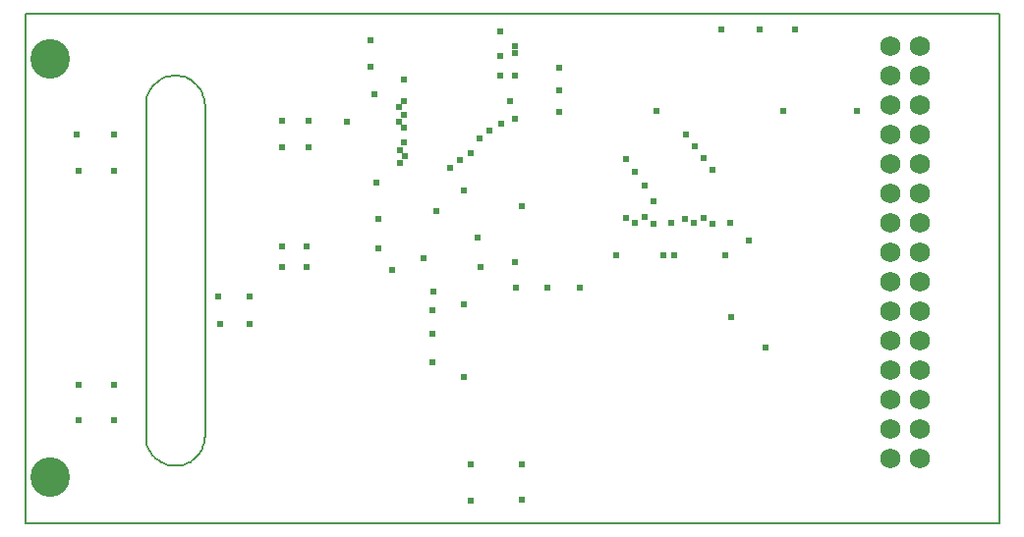
<source format=gbr>
%FSTAX23Y23*%
%MOIN*%
%SFA1B1*%

%IPPOS*%
%ADD13C,0.005000*%
%ADD36C,0.068000*%
%ADD37C,0.134000*%
%ADD38C,0.024000*%
%LNmb694-1*%
%LPD*%
G54D13*
X00524Y01263D02*
D01*
X00523Y01269*
X00523Y01276*
X00521Y01283*
X0052Y0129*
X00517Y01297*
X00515Y01303*
X00512Y01309*
X00508Y01315*
X00504Y01321*
X005Y01327*
X00495Y01332*
X0049Y01337*
X00485Y01341*
X00479Y01345*
X00474Y01349*
X00467Y01352*
X00461Y01355*
X00454Y01358*
X00448Y0136*
X00441Y01361*
X00434Y01362*
X00427Y01362*
X0042*
X00413Y01362*
X00406Y01361*
X00399Y0136*
X00393Y01358*
X00386Y01355*
X0038Y01352*
X00373Y01349*
X00368Y01345*
X00362Y01341*
X00357Y01337*
X00352Y01332*
X00347Y01327*
X00343Y01321*
X00339Y01315*
X00335Y01309*
X00332Y01303*
X0033Y01297*
X00327Y0129*
X00326Y01283*
X00324Y01276*
X00324Y01269*
X00324Y01263*
Y00138D02*
D01*
X00324Y00131*
X00324Y00124*
X00326Y00117*
X00327Y0011*
X0033Y00103*
X00332Y00097*
X00335Y00091*
X00339Y00085*
X00343Y00079*
X00347Y00073*
X00352Y00068*
X00357Y00063*
X00362Y00059*
X00368Y00055*
X00374Y00051*
X0038Y00048*
X00386Y00045*
X00393Y00042*
X00399Y0004*
X00406Y00039*
X00413Y00038*
X0042Y00038*
X00427*
X00434Y00038*
X00441Y00039*
X00448Y0004*
X00454Y00042*
X00461Y00045*
X00467Y00048*
X00474Y00051*
X00479Y00055*
X00485Y00059*
X0049Y00063*
X00495Y00068*
X005Y00073*
X00504Y00079*
X00508Y00085*
X00512Y00091*
X00515Y00097*
X00517Y00103*
X0052Y0011*
X00521Y00117*
X00523Y00124*
X00523Y00131*
X00524Y00138*
X-00086Y01573D02*
X03219D01*
X03218Y-00158D02*
X03219Y-00157D01*
Y01573*
X00324Y00138D02*
Y01263D01*
X00524Y00138D02*
Y01258D01*
X-00086Y-00158D02*
Y01573D01*
Y-00158D02*
X03218D01*
G54D36*
X02949Y00063D03*
Y00163D03*
Y00263D03*
Y00363D03*
X02849Y00063D03*
Y00163D03*
Y00263D03*
Y00363D03*
Y01463D03*
X02949Y01363D03*
Y01463D03*
X02849Y01363D03*
X02949Y00463D03*
Y00563D03*
Y00663D03*
Y00763D03*
Y00863D03*
Y00963D03*
Y01063D03*
Y01163D03*
Y01263D03*
X02849Y00463D03*
Y00563D03*
Y00663D03*
Y00763D03*
Y00863D03*
Y00963D03*
Y01063D03*
Y01163D03*
Y01263D03*
G54D37*
X0Y0D03*
D03*
Y01418D03*
G54D38*
X02424Y00438D03*
X02309Y00542D03*
X01579Y00642D03*
X01794Y00643D03*
X01684D03*
X00094Y00313D03*
Y00193D03*
X00214D03*
Y00313D03*
X00674Y00612D03*
X00569D03*
X00674Y00518D03*
X00574D03*
X01084Y01482D03*
Y01392D03*
X01264Y00742D03*
X01112Y00777D03*
X01159Y00702D03*
X01524Y01512D03*
X02274Y01518D03*
X02404D03*
X02524D03*
X00784Y01208D03*
X00874D03*
X00784Y01118D03*
X00874D03*
X01424Y00042D03*
Y-00082D03*
X01599Y00042D03*
Y-00078D03*
X01724Y01388D03*
Y01313D03*
Y01238D03*
X01574Y01463D03*
X02246Y0086D03*
X02214Y00878D03*
X02183Y00862D03*
X02152Y00875D03*
X02046Y0086D03*
Y00935D03*
X02015Y00882D03*
X02014Y00988D03*
X01983Y00862D03*
Y01037D03*
X01952Y0088D03*
Y01078D03*
X01524Y01428D03*
Y01363D03*
X01574Y01438D03*
Y01363D03*
X02246Y01043D03*
X02214Y01083D03*
X02184Y01123D03*
X02154Y01163D03*
X0192Y00754D03*
X02079Y00753D03*
X02115Y00754D03*
X02289Y00753D03*
X01299Y00628D03*
X01296Y00565D03*
X01401Y00585D03*
X01297Y00485D03*
X01296Y0039D03*
X01401Y0034D03*
X01449Y00813D03*
X01574Y00728D03*
X00089Y01162D03*
X00214D03*
X00094Y01038D03*
X00214D03*
X00869Y00782D03*
X00784Y00783D03*
X01459Y00712D03*
X01105Y01D03*
X02369Y00802D03*
X02104Y00863D03*
X02304D03*
X00869Y00712D03*
X00784Y00713D03*
X01198Y01348D03*
X01575Y01215D03*
X0153Y012D03*
X0149Y01175D03*
X01455Y0115D03*
X01425Y011D03*
X0139Y01075D03*
X01355Y0105D03*
X012Y01275D03*
X01183Y01255D03*
X012Y0123D03*
X01181Y01206D03*
X012Y01185D03*
Y01135D03*
X01185Y0111D03*
X011Y013D03*
X01202Y01088D03*
X01185Y01065D03*
X01111Y00876D03*
X01403Y00972D03*
X01599Y0092D03*
X0131Y00902D03*
X0156Y01275D03*
X01004Y01205D03*
X02735Y01242D03*
X02485D03*
X02055D03*
M02*
</source>
